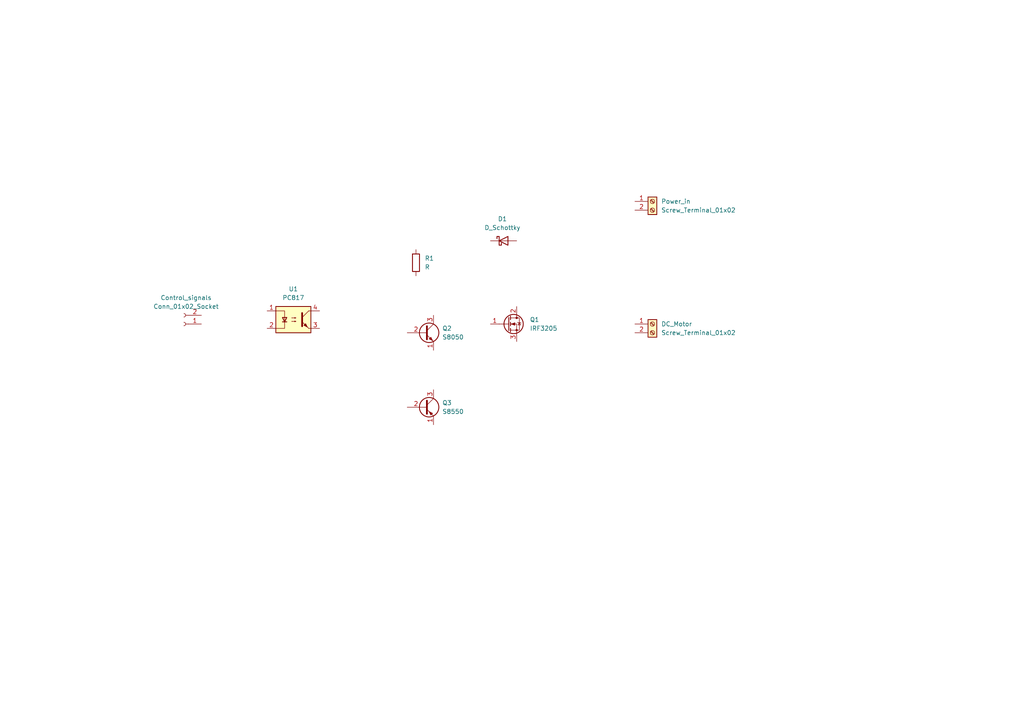
<source format=kicad_sch>
(kicad_sch (version 20230121) (generator eeschema)
  (paper "A4")
  (lib_symbols
    (symbol "Connector:Conn_01x02_Socket" (pin_names (offset 1.016) hide)
      (property "Reference" "J" (at 0 2.54 0))
      (property "Value" "Conn_01x02_Socket" (at 0 -5.08 0))
      (symbol "Conn_01x02_Socket_1_1"
        (arc (start 0 -2.032) (mid -0.5058 -2.54) (end 0 -3.048) (stroke (width 0.1524)))
        (polyline (pts (xy -1.27 -2.54) (xy -0.508 -2.54)) (stroke (width 0.1524)))
        (polyline (pts (xy -1.27 0) (xy -0.508 0)) (stroke (width 0.1524)))
        (arc (start 0 0.508) (mid -0.5058 0) (end 0 -0.508) (stroke (width 0.1524)))
        (pin passive line (at -5.08 0 0) (length 3.81) (name "Pin_1") (number "1"))
        (pin passive line (at -5.08 -2.54 0) (length 3.81) (name "Pin_2") (number "2"))
      )
    )
    (symbol "Connector:Screw_Terminal_01x02" (pin_names (offset 1.016) hide)
      (property "Reference" "J" (at 0 2.54 0))
      (property "Value" "Screw_Terminal_01x02" (at 0 -5.08 0))
      (symbol "Screw_Terminal_01x02_1_1"
        (rectangle (start -1.27 1.27) (end 1.27 -3.81) (stroke (width 0.254)) (fill (type background)))
        (circle (center 0 -2.54) (radius 0.635) (stroke (width 0.1524)))
        (polyline (pts (xy -0.5334 -2.2098) (xy 0.3302 -3.048)) (stroke (width 0.1524)))
        (polyline (pts (xy -0.5334 0.3302) (xy 0.3302 -0.508)) (stroke (width 0.1524)))
        (polyline (pts (xy -0.3556 -2.032) (xy 0.508 -2.8702)) (stroke (width 0.1524)))
        (polyline (pts (xy -0.3556 0.508) (xy 0.508 -0.3302)) (stroke (width 0.1524)))
        (circle (center 0 0) (radius 0.635) (stroke (width 0.1524)))
        (pin passive line (at -5.08 0 0) (length 3.81) (name "Pin_1") (number "1"))
        (pin passive line (at -5.08 -2.54 0) (length 3.81) (name "Pin_2") (number "2"))
      )
    )
    (symbol "Device:D_Schottky" (pin_numbers hide) (pin_names (offset 1.016) hide)
      (property "Reference" "D" (at 0 2.54 0))
      (property "Value" "D_Schottky" (at 0 -2.54 0))
      (symbol "D_Schottky_0_1"
        (polyline (pts (xy 1.27 0) (xy -1.27 0)))
        (polyline (pts (xy 1.27 1.27) (xy 1.27 -1.27) (xy -1.27 0) (xy 1.27 1.27)) (stroke (width 0.254)))
        (polyline (pts (xy -1.905 0.635) (xy -1.905 1.27) (xy -1.27 1.27) (xy -1.27 -1.27) (xy -0.635 -1.27) (xy -0.635 -0.635)) (stroke (width 0.254)))
      )
      (symbol "D_Schottky_1_1"
        (pin passive line (at -3.81 0 0) (length 2.54) (name "K") (number "1"))
        (pin passive line (at 3.81 0 180) (length 2.54) (name "A") (number "2"))
      )
    )
    (symbol "Device:R" (pin_numbers hide) (pin_names (offset 0))
      (property "Reference" "R" (at 2.032 0 90))
      (property "Value" "R" (at 0 0 90))
      (symbol "R_0_1"
        (rectangle (start -1.016 -2.54) (end 1.016 2.54) (stroke (width 0.254)))
      )
      (symbol "R_1_1"
        (pin passive line (at 0 3.81 270) (length 1.27) (name "~") (number "1"))
        (pin passive line (at 0 -3.81 90) (length 1.27) (name "~") (number "2"))
      )
    )
    (symbol "Isolator:PC817" (pin_names (offset 1.016))
      (property "Reference" "U" (at -5.08 5.08 0))
      (property "Value" "PC817" (at 0 5.08 0))
      (symbol "PC817_0_1"
        (rectangle (start -5.08 3.81) (end 5.08 -3.81) (stroke (width 0.254)) (fill (type background)))
        (polyline (pts (xy -3.175 -0.635) (xy -1.905 -0.635)) (stroke (width 0.254)))
        (polyline (pts (xy 2.54 0.635) (xy 4.445 2.54)))
        (polyline (pts (xy 4.445 -2.54) (xy 2.54 -0.635)) (fill (type outline)))
        (polyline (pts (xy 4.445 -2.54) (xy 5.08 -2.54)))
        (polyline (pts (xy 4.445 2.54) (xy 5.08 2.54)))
        (polyline (pts (xy -5.08 2.54) (xy -2.54 2.54) (xy -2.54 -0.635)))
        (polyline (pts (xy -2.54 -0.635) (xy -2.54 -2.54) (xy -5.08 -2.54)))
        (polyline (pts (xy 2.54 1.905) (xy 2.54 -1.905) (xy 2.54 -1.905)) (stroke (width 0.508)))
        (polyline (pts (xy -2.54 -0.635) (xy -3.175 0.635) (xy -1.905 0.635) (xy -2.54 -0.635)) (stroke (width 0.254)))
        (polyline (pts (xy -0.508 -0.508) (xy 0.762 -0.508) (xy 0.381 -0.635) (xy 0.381 -0.381) (xy 0.762 -0.508)))
        (polyline (pts (xy -0.508 0.508) (xy 0.762 0.508) (xy 0.381 0.381) (xy 0.381 0.635) (xy 0.762 0.508)))
        (polyline (pts (xy 3.048 -1.651) (xy 3.556 -1.143) (xy 4.064 -2.159) (xy 3.048 -1.651) (xy 3.048 -1.651)) (fill (type outline)))
      )
      (symbol "PC817_1_1"
        (pin passive line (at -7.62 2.54 0) (length 2.54) (name "~") (number "1"))
        (pin passive line (at -7.62 -2.54 0) (length 2.54) (name "~") (number "2"))
        (pin passive line (at 7.62 -2.54 180) (length 2.54) (name "~") (number "3"))
        (pin passive line (at 7.62 2.54 180) (length 2.54) (name "~") (number "4"))
      )
    )
    (symbol "Transistor_BJT:S8050" (pin_names (offset 0) hide)
      (property "Reference" "Q" (at 5.08 1.905 0))
      (property "Value" "S8050" (at 5.08 0 0))
      (symbol "S8050_0_1"
        (polyline (pts (xy 0 0) (xy 0.635 0)))
        (polyline (pts (xy 0.635 0.635) (xy 2.54 2.54)))
        (polyline (pts (xy 0.635 -0.635) (xy 2.54 -2.54) (xy 2.54 -2.54)))
        (polyline (pts (xy 0.635 1.905) (xy 0.635 -1.905) (xy 0.635 -1.905)) (stroke (width 0.508)))
        (polyline (pts (xy 1.27 -1.778) (xy 1.778 -1.27) (xy 2.286 -2.286) (xy 1.27 -1.778) (xy 1.27 -1.778)) (fill (type outline)))
        (circle (center 1.27 0) (radius 2.8194) (stroke (width 0.254)))
      )
      (symbol "S8050_1_1"
        (pin passive line (at 2.54 -5.08 90) (length 2.54) (name "E") (number "1"))
        (pin input line (at -5.08 0 0) (length 5.08) (name "B") (number "2"))
        (pin passive line (at 2.54 5.08 270) (length 2.54) (name "C") (number "3"))
      )
    )
    (symbol "Transistor_BJT:S8550" (pin_names (offset 0) hide)
      (property "Reference" "Q" (at 5.08 1.905 0))
      (property "Value" "S8550" (at 5.08 0 0))
      (symbol "S8550_0_1"
        (polyline (pts (xy 0 0) (xy 0.635 0)))
        (polyline (pts (xy 2.54 -2.54) (xy 0.635 -0.635)))
        (polyline (pts (xy 2.54 2.54) (xy 0.635 0.635)))
        (polyline (pts (xy 0.635 1.905) (xy 0.635 -1.905) (xy 0.635 -1.905)) (stroke (width 0.508)) (fill (type outline)))
        (polyline (pts (xy 1.778 -2.286) (xy 2.286 -1.778) (xy 1.27 -1.27) (xy 1.778 -2.286) (xy 1.778 -2.286)) (fill (type outline)))
        (circle (center 1.27 0) (radius 2.8194) (stroke (width 0.254)))
      )
      (symbol "S8550_1_1"
        (pin passive line (at 2.54 -5.08 90) (length 2.54) (name "E") (number "1"))
        (pin input line (at -5.08 0 0) (length 5.08) (name "B") (number "2"))
        (pin passive line (at 2.54 5.08 270) (length 2.54) (name "C") (number "3"))
      )
    )
    (symbol "Transistor_FET:IRF3205" (pin_names hide)
      (property "Reference" "Q" (at 6.35 1.905 0))
      (property "Value" "IRF3205" (at 6.35 0 0))
      (symbol "IRF3205_0_1"
        (polyline (pts (xy 0.254 0) (xy -2.54 0)))
        (polyline (pts (xy 0.254 1.905) (xy 0.254 -1.905)) (stroke (width 0.254)))
        (polyline (pts (xy 0.762 -1.27) (xy 0.762 -2.286)) (stroke (width 0.254)))
        (polyline (pts (xy 0.762 0.508) (xy 0.762 -0.508)) (stroke (width 0.254)))
        (polyline (pts (xy 0.762 2.286) (xy 0.762 1.27)) (stroke (width 0.254)))
        (polyline (pts (xy 2.54 2.54) (xy 2.54 1.778)))
        (polyline (pts (xy 2.54 -2.54) (xy 2.54 0) (xy 0.762 0)))
        (polyline (pts (xy 0.762 -1.778) (xy 3.302 -1.778) (xy 3.302 1.778) (xy 0.762 1.778)))
        (polyline (pts (xy 1.016 0) (xy 2.032 0.381) (xy 2.032 -0.381) (xy 1.016 0)) (fill (type outline)))
        (polyline (pts (xy 2.794 0.508) (xy 2.921 0.381) (xy 3.683 0.381) (xy 3.81 0.254)))
        (polyline (pts (xy 3.302 0.381) (xy 2.921 -0.254) (xy 3.683 -0.254) (xy 3.302 0.381)))
        (circle (center 1.651 0) (radius 2.794) (stroke (width 0.254)))
        (circle (center 2.54 -1.778) (radius 0.254) (fill (type outline)))
        (circle (center 2.54 1.778) (radius 0.254) (fill (type outline)))
      )
      (symbol "IRF3205_1_1"
        (pin input line (at -5.08 0 0) (length 2.54) (name "G") (number "1"))
        (pin passive line (at 2.54 5.08 270) (length 2.54) (name "D") (number "2"))
        (pin passive line (at 2.54 -5.08 90) (length 2.54) (name "S") (number "3"))
      )
    )
  )
  (symbol (lib_id "Connector:Screw_Terminal_01x02") (at 189.23 93.98 0) (unit 1)
    (property "Reference" "DC_Motor" (at 191.77 93.98 0) (effects (justify left)))
    (property "Value" "Screw_Terminal_01x02" (at 191.77 96.52 0) (effects (justify left)))
    (property "Footprint" "TerminalBlock:TerminalBlock_bornier-2_P5.08mm" (effects hide))
  )
  (symbol (lib_id "Transistor_FET:IRF3205") (at 147.32 93.98 0) (unit 1)
    (property "Reference" "Q1" (at 153.67 92.71 0) (effects (justify left)))
    (property "Value" "IRF3205" (at 153.67 95.25 0) (effects (justify left)))
    (property "Footprint" "Package_TO_SOT_THT:TO-220-3_Vertical" (effects hide))
    (property "Datasheet" "http://www.irf.com/product-info/datasheets/data/irf3205.pdf" (effects hide))
  )
  (symbol (lib_id "Device:R") (at 120.65 76.2 0) (unit 1)
    (property "Reference" "R1" (at 123.19 74.93 0) (effects (justify left)))
    (property "Value" "R" (at 123.19 77.47 0) (effects (justify left)))
    (property "Footprint" "Resistor_THT:R_Axial_DIN0207_L6.3mm_D2.5mm_P7.62mm_Horizontal" (effects hide))
  )
  (symbol (lib_id "Isolator:PC817") (at 85.09 92.71 0) (unit 1)
    (property "Reference" "U1" (at 85.09 83.82 0))
    (property "Value" "PC817" (at 85.09 86.36 0))
    (property "Footprint" "Package_DIP:DIP-4_W7.62mm" (effects hide))
    (property "Datasheet" "http://www.soselectronic.cz/a_info/resource/d/pc817.pdf" (effects hide))
  )
  (symbol (lib_id "Device:D_Schottky") (at 146.05 69.85 0) (unit 1)
    (property "Reference" "D1" (at 145.7325 63.5 0))
    (property "Value" "D_Schottky" (at 145.7325 66.04 0))
  )
  (symbol (lib_id "Transistor_BJT:S8550") (at 123.19 118.11 0) (unit 1)
    (property "Reference" "Q3" (at 128.27 116.84 0) (effects (justify left)))
    (property "Value" "S8550" (at 128.27 119.38 0) (effects (justify left)))
    (property "Footprint" "Package_TO_SOT_THT:TO-92_Inline" (effects hide))
    (property "Datasheet" "http://www.unisonic.com.tw/datasheet/S8550.pdf" (effects hide))
  )
  (symbol (lib_id "Connector:Conn_01x02_Socket") (at 53.34 93.98 180) (unit 1)
    (property "Reference" "Control_signals" (at 53.975 86.36 0))
    (property "Value" "Conn_01x02_Socket" (at 53.975 88.9 0))
    (property "Footprint" "Connector_PinSocket_2.54mm:PinSocket_1x02_P2.54mm_Vertical" (effects hide))
  )
  (symbol (lib_id "Transistor_BJT:S8050") (at 123.19 96.52 0) (unit 1)
    (property "Reference" "Q2" (at 128.27 95.25 0) (effects (justify left)))
    (property "Value" "S8050" (at 128.27 97.79 0) (effects (justify left)))
    (property "Footprint" "Package_TO_SOT_THT:TO-92_Inline" (effects hide))
    (property "Datasheet" "http://www.unisonic.com.tw/datasheet/S8050.pdf" (effects hide))
  )
  (symbol (lib_id "Connector:Screw_Terminal_01x02") (at 189.23 58.42 0) (unit 1)
    (property "Reference" "Power_in" (at 191.77 58.42 0) (effects (justify left)))
    (property "Value" "Screw_Terminal_01x02" (at 191.77 60.96 0) (effects (justify left)))
    (property "Footprint" "TerminalBlock:TerminalBlock_bornier-2_P5.08mm" (effects hide))
  )
)
</source>
